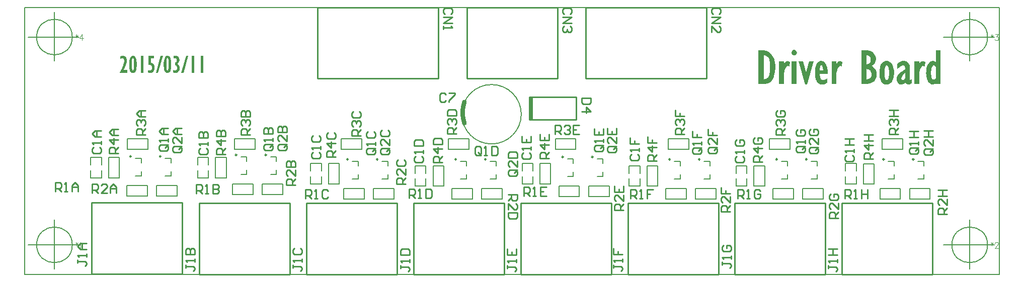
<source format=gto>
%FSLAX25Y25*%
%MOIN*%
G70*
G01*
G75*
G04 Layer_Color=65535*
%ADD10R,0.02953X0.02362*%
%ADD11R,0.03937X0.04724*%
%ADD12R,0.04724X0.03937*%
%ADD13R,0.07087X0.09843*%
%ADD14C,0.05000*%
%ADD15C,0.01000*%
%ADD16C,0.07000*%
%ADD17C,0.00500*%
%ADD18C,0.00787*%
%ADD19C,0.10630*%
%ADD20C,0.23622*%
%ADD21C,0.07087*%
%ADD22R,0.10630X0.10630*%
%ADD23C,0.02400*%
%ADD24C,0.10000*%
%ADD25C,0.00984*%
%ADD26C,0.03000*%
%ADD27C,0.00394*%
G36*
X100080Y145166D02*
X100275Y145147D01*
X100529Y145088D01*
X100822Y144990D01*
X101134Y144834D01*
X101447Y144619D01*
X101603Y144502D01*
X101740Y144346D01*
X101779Y144307D01*
X101857Y144209D01*
X101974Y144014D01*
X102130Y143780D01*
X102267Y143487D01*
X102384Y143135D01*
X102462Y142744D01*
X102501Y142315D01*
Y142295D01*
Y142237D01*
X102482Y142158D01*
Y142041D01*
X102443Y141885D01*
X102423Y141729D01*
X102287Y141358D01*
X102208Y141163D01*
X102091Y140948D01*
X101954Y140752D01*
X101798Y140538D01*
X101603Y140342D01*
X101388Y140166D01*
X101134Y140010D01*
X100841Y139854D01*
X100861D01*
X100919Y139834D01*
X101017Y139795D01*
X101115Y139737D01*
X101251Y139659D01*
X101408Y139561D01*
X101564Y139444D01*
X101740Y139288D01*
X101915Y139112D01*
X102072Y138917D01*
X102228Y138682D01*
X102365Y138428D01*
X102482Y138116D01*
X102560Y137803D01*
X102619Y137432D01*
X102638Y137022D01*
Y137003D01*
Y136963D01*
Y136885D01*
X102619Y136788D01*
Y136671D01*
X102599Y136534D01*
X102540Y136202D01*
X102443Y135831D01*
X102287Y135440D01*
X102072Y135030D01*
X101954Y134835D01*
X101798Y134640D01*
Y134620D01*
X101759Y134600D01*
X101662Y134483D01*
X101466Y134327D01*
X101232Y134151D01*
X100939Y133976D01*
X100587Y133819D01*
X100197Y133702D01*
X99982Y133683D01*
X99767Y133663D01*
X99650D01*
X99533Y133683D01*
X99357Y133702D01*
X99123Y133761D01*
X98869Y133819D01*
X98556Y133917D01*
X98224Y134034D01*
Y135694D01*
X98244D01*
X98263Y135675D01*
X98361Y135635D01*
X98537Y135577D01*
X98732Y135518D01*
X98947Y135440D01*
X99181Y135382D01*
X99396Y135343D01*
X99591Y135323D01*
X99689D01*
X99787Y135343D01*
X99923Y135382D01*
X100060Y135440D01*
X100216Y135538D01*
X100373Y135655D01*
X100509Y135811D01*
X100529Y135831D01*
X100568Y135909D01*
X100626Y136007D01*
X100705Y136163D01*
X100763Y136358D01*
X100822Y136573D01*
X100861Y136846D01*
X100880Y137139D01*
Y137159D01*
Y137217D01*
Y137296D01*
X100861Y137393D01*
X100841Y137510D01*
X100802Y137667D01*
X100705Y137979D01*
X100626Y138135D01*
X100529Y138292D01*
X100412Y138448D01*
X100275Y138584D01*
X100119Y138721D01*
X99923Y138838D01*
X99708Y138917D01*
X99455Y138975D01*
Y140616D01*
X99474D01*
X99513Y140635D01*
X99572D01*
X99650Y140674D01*
X99865Y140752D01*
X100099Y140889D01*
X100333Y141065D01*
X100548Y141319D01*
X100626Y141475D01*
X100685Y141651D01*
X100724Y141866D01*
X100744Y142080D01*
Y142120D01*
Y142198D01*
X100724Y142315D01*
X100705Y142471D01*
X100665Y142647D01*
X100607Y142823D01*
X100529Y142979D01*
X100412Y143135D01*
X100392Y143155D01*
X100353Y143194D01*
X100294Y143252D01*
X100197Y143330D01*
X100080Y143408D01*
X99943Y143467D01*
X99767Y143506D01*
X99591Y143526D01*
X99513D01*
X99435Y143506D01*
X99298Y143487D01*
X99142Y143447D01*
X98966Y143408D01*
X98732Y143330D01*
X98478Y143233D01*
Y144854D01*
X98517Y144873D01*
X98595Y144912D01*
X98732Y144951D01*
X98908Y145029D01*
X99123Y145088D01*
X99357Y145127D01*
X99611Y145166D01*
X99884Y145186D01*
X100002D01*
X100080Y145166D01*
D02*
G37*
G36*
X85667Y143467D02*
X83577D01*
Y140518D01*
X83596D01*
X83674Y140498D01*
X83811Y140459D01*
X83967Y140420D01*
X84143Y140362D01*
X84358Y140264D01*
X84573Y140147D01*
X84807Y139991D01*
X85022Y139815D01*
X85237Y139581D01*
X85452Y139327D01*
X85647Y139014D01*
X85784Y138663D01*
X85920Y138272D01*
X85998Y137803D01*
X86018Y137296D01*
Y137276D01*
Y137237D01*
Y137139D01*
X85998Y137042D01*
Y136905D01*
X85979Y136749D01*
X85901Y136397D01*
X85803Y135987D01*
X85647Y135557D01*
X85432Y135108D01*
X85295Y134893D01*
X85139Y134698D01*
Y134678D01*
X85100Y134659D01*
X84983Y134542D01*
X84807Y134366D01*
X84553Y134190D01*
X84241Y133995D01*
X83870Y133819D01*
X83460Y133702D01*
X83225Y133683D01*
X82991Y133663D01*
X82874D01*
X82717Y133683D01*
X82542Y133702D01*
X82307Y133741D01*
X82053Y133800D01*
X81780Y133878D01*
X81487Y133995D01*
Y135577D01*
X81507D01*
X81526Y135557D01*
X81624Y135538D01*
X81780Y135499D01*
X81956Y135460D01*
X82366Y135362D01*
X82561Y135343D01*
X82737Y135323D01*
X82854D01*
X82971Y135343D01*
X83128Y135382D01*
X83303Y135440D01*
X83479Y135538D01*
X83674Y135655D01*
X83831Y135831D01*
X83850Y135850D01*
X83889Y135928D01*
X83967Y136046D01*
X84045Y136202D01*
X84124Y136397D01*
X84202Y136632D01*
X84241Y136925D01*
X84260Y137237D01*
Y137257D01*
Y137276D01*
Y137374D01*
X84241Y137549D01*
X84202Y137745D01*
X84143Y137960D01*
X84065Y138194D01*
X83967Y138409D01*
X83811Y138604D01*
X83792Y138624D01*
X83733Y138682D01*
X83635Y138760D01*
X83499Y138858D01*
X83323Y138936D01*
X83108Y139014D01*
X82874Y139073D01*
X82600Y139092D01*
X82385D01*
X82151Y139073D01*
X81878Y139034D01*
Y145049D01*
X85667D01*
Y143467D01*
D02*
G37*
G36*
X118321Y133858D02*
X116582D01*
Y145049D01*
X118321D01*
Y133858D01*
D02*
G37*
G36*
X528146Y141690D02*
X528419Y141612D01*
X528732Y141455D01*
X529122Y141260D01*
X529513Y140987D01*
X529903Y140635D01*
X530294Y140166D01*
X530685Y139580D01*
X531036Y138877D01*
X531349Y138018D01*
X531505Y137549D01*
X531622Y137002D01*
X531739Y136456D01*
X531817Y135831D01*
X531895Y135206D01*
X531935Y134503D01*
X531974Y133721D01*
Y132940D01*
X526661D01*
Y132901D01*
Y132784D01*
Y132589D01*
X526700Y132315D01*
X526740Y132003D01*
X526779Y131651D01*
X526935Y130948D01*
X527208Y130206D01*
X527404Y129855D01*
X527599Y129542D01*
X527872Y129308D01*
X528146Y129073D01*
X528497Y128956D01*
X528888Y128917D01*
X528927D01*
X529122Y128956D01*
X529357Y128995D01*
X529708Y129112D01*
X530138Y129269D01*
X530607Y129503D01*
X531153Y129855D01*
X531739Y130323D01*
Y127355D01*
X531661Y127277D01*
X531466Y127120D01*
X531153Y126886D01*
X530724Y126652D01*
X530216Y126378D01*
X529669Y126144D01*
X529044Y125988D01*
X528380Y125909D01*
X528146D01*
X527989Y125949D01*
X527560Y126027D01*
X527013Y126183D01*
X526427Y126417D01*
X525841Y126769D01*
X525529Y127003D01*
X525255Y127316D01*
X524982Y127628D01*
X524709Y127980D01*
Y128019D01*
X524669Y128058D01*
X524591Y128214D01*
X524513Y128370D01*
X524435Y128566D01*
X524318Y128839D01*
X524201Y129151D01*
X524084Y129503D01*
X523966Y129894D01*
X523849Y130323D01*
X523732Y130792D01*
X523654Y131339D01*
X523576Y131886D01*
X523498Y132510D01*
X523458Y133135D01*
Y133839D01*
Y133878D01*
Y133995D01*
Y134190D01*
Y134464D01*
X523498Y134737D01*
X523537Y135128D01*
Y135518D01*
X523615Y135948D01*
X523732Y136846D01*
X523927Y137823D01*
X524201Y138760D01*
X524552Y139620D01*
Y139658D01*
X524591Y139698D01*
X524748Y139932D01*
X525021Y140284D01*
X525373Y140674D01*
X525841Y141065D01*
X526388Y141416D01*
X527013Y141651D01*
X527364Y141690D01*
X527755Y141729D01*
X527950D01*
X528146Y141690D01*
D02*
G37*
G36*
X489750Y148642D02*
X490101Y148603D01*
X490609Y148525D01*
X491195Y148330D01*
X491859Y148096D01*
X492562Y147744D01*
X493304Y147275D01*
X494046Y146689D01*
X494398Y146338D01*
X494749Y145947D01*
X495062Y145518D01*
X495413Y145049D01*
X495687Y144541D01*
X495999Y143955D01*
X496273Y143369D01*
X496507Y142705D01*
X496702Y141963D01*
X496859Y141182D01*
X497015Y140362D01*
X497132Y139463D01*
X497171Y138526D01*
X497210Y137510D01*
Y137432D01*
Y137276D01*
Y137002D01*
X497171Y136612D01*
Y136143D01*
X497093Y135635D01*
X497054Y135049D01*
X496976Y134385D01*
X496741Y133057D01*
X496390Y131651D01*
X496156Y130987D01*
X495921Y130323D01*
X495609Y129698D01*
X495257Y129151D01*
X495218Y129112D01*
X495179Y129034D01*
X495062Y128878D01*
X494906Y128722D01*
X494710Y128487D01*
X494476Y128253D01*
X494164Y127980D01*
X493851Y127745D01*
X493500Y127472D01*
X493070Y127198D01*
X492640Y126964D01*
X492132Y126730D01*
X491625Y126573D01*
X491039Y126417D01*
X490453Y126339D01*
X489789Y126300D01*
X486000D01*
Y148681D01*
X489594D01*
X489750Y148642D01*
D02*
G37*
G36*
X582713Y141651D02*
X583103Y141572D01*
X583572Y141455D01*
X584080Y141221D01*
X584587Y140947D01*
X585056Y140557D01*
X585095Y140518D01*
X585252Y140362D01*
X585447Y140088D01*
X585681Y139776D01*
X585916Y139307D01*
X586111Y138799D01*
X586267Y138213D01*
X586306Y137549D01*
Y129425D01*
Y129386D01*
Y129347D01*
Y129190D01*
Y128995D01*
X586345Y128956D01*
Y128917D01*
X586384D01*
X586462Y128956D01*
X586580Y128995D01*
X586736Y129073D01*
X586970Y129229D01*
X587283Y129386D01*
X587712Y129620D01*
Y127237D01*
X587634Y127198D01*
X587478Y127042D01*
X587205Y126847D01*
X586892Y126612D01*
X586540Y126378D01*
X586150Y126183D01*
X585759Y126027D01*
X585369Y125988D01*
X585290D01*
X585095Y126027D01*
X584822Y126066D01*
X584470Y126222D01*
X584119Y126417D01*
X583806Y126730D01*
X583533Y127198D01*
X583416Y127472D01*
X583337Y127784D01*
Y127745D01*
X583298Y127706D01*
X583142Y127511D01*
X582908Y127198D01*
X582634Y126847D01*
X582244Y126495D01*
X581775Y126222D01*
X581267Y125988D01*
X580994Y125949D01*
X580721Y125909D01*
X580681D01*
X580525Y125949D01*
X580252Y125988D01*
X579978Y126066D01*
X579627Y126183D01*
X579236Y126417D01*
X578846Y126691D01*
X578494Y127081D01*
X578455Y127120D01*
X578338Y127277D01*
X578221Y127550D01*
X578064Y127862D01*
X577869Y128292D01*
X577752Y128761D01*
X577635Y129269D01*
X577596Y129855D01*
Y129894D01*
Y129933D01*
X577635Y130167D01*
X577674Y130518D01*
X577752Y130948D01*
X577908Y131417D01*
X578103Y131925D01*
X578416Y132432D01*
X578807Y132940D01*
X578885Y132979D01*
X579041Y133175D01*
X579353Y133409D01*
X579822Y133800D01*
X580408Y134229D01*
X581150Y134737D01*
X581580Y135010D01*
X582049Y135284D01*
X582556Y135596D01*
X583103Y135909D01*
Y137120D01*
Y137198D01*
Y137354D01*
X583025Y137627D01*
X582947Y137940D01*
X582791Y138213D01*
X582595Y138487D01*
X582283Y138643D01*
X581892Y138721D01*
X581814D01*
X581658Y138682D01*
X581306Y138604D01*
X580877Y138409D01*
X580330Y138135D01*
X580017Y137940D01*
X579666Y137706D01*
X579275Y137432D01*
X578846Y137081D01*
X578416Y136729D01*
X577947Y136299D01*
Y139658D01*
X577986Y139698D01*
X578025Y139737D01*
X578142Y139854D01*
X578299Y139971D01*
X578728Y140322D01*
X579275Y140713D01*
X579900Y141065D01*
X580603Y141416D01*
X581346Y141651D01*
X581697Y141690D01*
X582088Y141729D01*
X582400D01*
X582713Y141651D01*
D02*
G37*
G36*
X571346Y141690D02*
X571737Y141612D01*
X572245Y141455D01*
X572830Y141182D01*
X573416Y140791D01*
X573690Y140557D01*
X574002Y140284D01*
X574276Y139932D01*
X574510Y139541D01*
Y139502D01*
X574549Y139424D01*
X574627Y139307D01*
X574705Y139151D01*
X574822Y138916D01*
X574940Y138682D01*
X575057Y138370D01*
X575174Y138018D01*
X575291Y137627D01*
X575408Y137198D01*
X575526Y136729D01*
X575643Y136221D01*
X575799Y135089D01*
X575838Y133800D01*
Y133760D01*
Y133643D01*
Y133448D01*
Y133214D01*
X575799Y132901D01*
X575760Y132550D01*
X575721Y132159D01*
X575682Y131729D01*
X575526Y130792D01*
X575291Y129815D01*
X574940Y128878D01*
X574510Y128019D01*
Y127980D01*
X574471Y127940D01*
X574276Y127706D01*
X574002Y127355D01*
X573572Y126964D01*
X573065Y126573D01*
X572479Y126222D01*
X571776Y125988D01*
X571385Y125949D01*
X570956Y125909D01*
X570721D01*
X570565Y125949D01*
X570174Y126027D01*
X569666Y126183D01*
X569081Y126417D01*
X568495Y126808D01*
X568221Y127042D01*
X567909Y127316D01*
X567635Y127667D01*
X567401Y128019D01*
Y128058D01*
X567362Y128136D01*
X567284Y128253D01*
X567206Y128409D01*
X567128Y128644D01*
X567010Y128878D01*
X566893Y129190D01*
X566776Y129542D01*
X566659Y129933D01*
X566542Y130362D01*
X566425Y130831D01*
X566346Y131378D01*
X566190Y132510D01*
X566151Y133800D01*
Y133839D01*
Y133956D01*
Y134151D01*
X566190Y134385D01*
Y134698D01*
X566229Y135049D01*
X566268Y135440D01*
X566307Y135870D01*
X566464Y136807D01*
X566698Y137784D01*
X566971Y138721D01*
X567401Y139580D01*
Y139620D01*
X567479Y139658D01*
X567635Y139932D01*
X567948Y140244D01*
X568338Y140674D01*
X568846Y141065D01*
X569432Y141377D01*
X570135Y141651D01*
X570526Y141690D01*
X570956Y141729D01*
X571190D01*
X571346Y141690D01*
D02*
G37*
G36*
X88323Y133722D02*
X86877D01*
X90002Y145049D01*
X91467D01*
X88323Y133722D01*
D02*
G37*
G36*
X94728Y145166D02*
X94963Y145107D01*
X95256Y145010D01*
X95412Y144932D01*
X95568Y144834D01*
X95724Y144717D01*
X95881Y144580D01*
X96037Y144424D01*
X96193Y144229D01*
X96330Y144014D01*
X96447Y143760D01*
Y143740D01*
X96466Y143701D01*
X96506Y143604D01*
X96545Y143487D01*
X96584Y143350D01*
X96642Y143155D01*
X96701Y142940D01*
X96759Y142686D01*
X96818Y142393D01*
X96877Y142080D01*
X96935Y141729D01*
X96974Y141338D01*
X97013Y140909D01*
X97052Y140440D01*
X97072Y139932D01*
Y139405D01*
Y139366D01*
Y139288D01*
Y139131D01*
Y138936D01*
X97052Y138702D01*
X97033Y138428D01*
Y138135D01*
X96994Y137803D01*
X96935Y137120D01*
X96818Y136397D01*
X96759Y136046D01*
X96681Y135714D01*
X96584Y135401D01*
X96486Y135108D01*
Y135089D01*
X96466Y135050D01*
X96428Y134971D01*
X96369Y134874D01*
X96232Y134659D01*
X96017Y134386D01*
X95744Y134112D01*
X95412Y133897D01*
X95217Y133800D01*
X95002Y133722D01*
X94767Y133683D01*
X94513Y133663D01*
X94455D01*
X94396Y133683D01*
X94299D01*
X94064Y133741D01*
X93771Y133839D01*
X93615Y133917D01*
X93459Y134014D01*
X93303Y134132D01*
X93147Y134268D01*
X92990Y134425D01*
X92853Y134620D01*
X92717Y134835D01*
X92600Y135089D01*
Y135108D01*
X92580Y135147D01*
X92541Y135245D01*
X92502Y135362D01*
X92463Y135518D01*
X92424Y135694D01*
X92365Y135909D01*
X92307Y136163D01*
X92248Y136456D01*
X92209Y136788D01*
X92150Y137139D01*
X92111Y137510D01*
X92072Y137940D01*
X92033Y138389D01*
X92014Y138877D01*
Y139405D01*
Y139424D01*
Y139463D01*
Y139541D01*
Y139659D01*
X92033Y139776D01*
Y139932D01*
Y140108D01*
X92053Y140303D01*
X92092Y140752D01*
X92150Y141241D01*
X92229Y141748D01*
X92326Y142295D01*
X92463Y142842D01*
X92619Y143350D01*
X92834Y143838D01*
X93068Y144287D01*
X93205Y144483D01*
X93361Y144658D01*
X93518Y144815D01*
X93693Y144932D01*
X93869Y145049D01*
X94084Y145127D01*
X94279Y145166D01*
X94513Y145186D01*
X94650D01*
X94728Y145166D01*
D02*
G37*
G36*
X71820D02*
X72054Y145107D01*
X72347Y145010D01*
X72503Y144932D01*
X72659Y144834D01*
X72816Y144717D01*
X72972Y144580D01*
X73128Y144424D01*
X73284Y144229D01*
X73421Y144014D01*
X73538Y143760D01*
Y143740D01*
X73558Y143701D01*
X73597Y143604D01*
X73636Y143487D01*
X73675Y143350D01*
X73734Y143155D01*
X73792Y142940D01*
X73851Y142686D01*
X73909Y142393D01*
X73968Y142080D01*
X74027Y141729D01*
X74066Y141338D01*
X74105Y140909D01*
X74144Y140440D01*
X74163Y139932D01*
Y139405D01*
Y139366D01*
Y139288D01*
Y139131D01*
Y138936D01*
X74144Y138702D01*
X74124Y138428D01*
Y138135D01*
X74085Y137803D01*
X74027Y137120D01*
X73909Y136397D01*
X73851Y136046D01*
X73773Y135714D01*
X73675Y135401D01*
X73577Y135108D01*
Y135089D01*
X73558Y135050D01*
X73519Y134971D01*
X73460Y134874D01*
X73324Y134659D01*
X73109Y134386D01*
X72835Y134112D01*
X72503Y133897D01*
X72308Y133800D01*
X72093Y133722D01*
X71859Y133683D01*
X71605Y133663D01*
X71546D01*
X71488Y133683D01*
X71390D01*
X71156Y133741D01*
X70863Y133839D01*
X70706Y133917D01*
X70550Y134014D01*
X70394Y134132D01*
X70238Y134268D01*
X70082Y134425D01*
X69945Y134620D01*
X69808Y134835D01*
X69691Y135089D01*
Y135108D01*
X69671Y135147D01*
X69632Y135245D01*
X69593Y135362D01*
X69554Y135518D01*
X69515Y135694D01*
X69457Y135909D01*
X69398Y136163D01*
X69339Y136456D01*
X69300Y136788D01*
X69242Y137139D01*
X69203Y137510D01*
X69164Y137940D01*
X69125Y138389D01*
X69105Y138877D01*
Y139405D01*
Y139424D01*
Y139463D01*
Y139541D01*
Y139659D01*
X69125Y139776D01*
Y139932D01*
Y140108D01*
X69144Y140303D01*
X69183Y140752D01*
X69242Y141241D01*
X69320Y141748D01*
X69418Y142295D01*
X69554Y142842D01*
X69710Y143350D01*
X69925Y143838D01*
X70160Y144287D01*
X70296Y144483D01*
X70453Y144658D01*
X70609Y144815D01*
X70785Y144932D01*
X70960Y145049D01*
X71175Y145127D01*
X71371Y145166D01*
X71605Y145186D01*
X71742D01*
X71820Y145166D01*
D02*
G37*
G36*
X105157Y133722D02*
X103712D01*
X106837Y145049D01*
X108302D01*
X105157Y133722D01*
D02*
G37*
G36*
X112247Y133858D02*
X110509D01*
Y145049D01*
X112247D01*
Y133858D01*
D02*
G37*
G36*
X78577D02*
X76839D01*
Y145049D01*
X78577D01*
Y133858D01*
D02*
G37*
G36*
X65140Y145166D02*
X65375Y145147D01*
X65648Y145069D01*
X65961Y144971D01*
X66293Y144815D01*
X66605Y144600D01*
X66761Y144463D01*
X66898Y144307D01*
X66937Y144268D01*
X66957Y144209D01*
X67015Y144151D01*
X67133Y143955D01*
X67269Y143682D01*
X67386Y143350D01*
X67504Y142940D01*
X67582Y142490D01*
X67621Y141963D01*
Y141944D01*
Y141905D01*
Y141846D01*
Y141748D01*
X67601Y141631D01*
Y141495D01*
X67582Y141338D01*
X67562Y141163D01*
X67484Y140752D01*
X67386Y140284D01*
X67250Y139795D01*
X67074Y139249D01*
Y139229D01*
X67054Y139190D01*
X67015Y139092D01*
X66976Y138995D01*
X66918Y138838D01*
X66839Y138682D01*
X66761Y138467D01*
X66664Y138252D01*
X66547Y137999D01*
X66410Y137706D01*
X66254Y137413D01*
X66097Y137081D01*
X65922Y136729D01*
X65726Y136358D01*
X65531Y135968D01*
X65297Y135557D01*
X67855D01*
Y133858D01*
X62992D01*
Y134268D01*
Y134288D01*
X63031Y134327D01*
X63070Y134386D01*
X63109Y134483D01*
X63187Y134600D01*
X63266Y134718D01*
X63344Y134874D01*
X63441Y135050D01*
X63656Y135460D01*
X63910Y135909D01*
X64164Y136417D01*
X64437Y136983D01*
X64691Y137569D01*
X64965Y138174D01*
X65199Y138799D01*
X65414Y139405D01*
X65590Y140030D01*
X65746Y140616D01*
X65824Y141182D01*
X65863Y141709D01*
Y141748D01*
Y141846D01*
X65843Y141983D01*
X65824Y142158D01*
X65785Y142354D01*
X65707Y142549D01*
X65629Y142764D01*
X65512Y142940D01*
X65492Y142959D01*
X65453Y143018D01*
X65375Y143076D01*
X65258Y143174D01*
X65140Y143252D01*
X64984Y143311D01*
X64789Y143369D01*
X64594Y143389D01*
X64516D01*
X64418Y143369D01*
X64262Y143350D01*
X64066Y143311D01*
X63832Y143233D01*
X63539Y143155D01*
X63207Y143037D01*
Y144737D01*
X63226D01*
X63246Y144756D01*
X63363Y144815D01*
X63559Y144873D01*
X63793Y144971D01*
X64047Y145049D01*
X64340Y145107D01*
X64652Y145166D01*
X64945Y145186D01*
X65062D01*
X65140Y145166D01*
D02*
G37*
G36*
X511272Y126300D02*
X508069D01*
Y141338D01*
X511272D01*
Y126300D01*
D02*
G37*
G36*
X540333Y141533D02*
X540528Y141494D01*
X540801Y141416D01*
X541075Y141299D01*
X541387Y141143D01*
X541700Y140947D01*
X541426Y137940D01*
X541387D01*
X541270Y137979D01*
X541114Y138057D01*
X540918Y138135D01*
X540450Y138252D01*
X540215Y138291D01*
X539981D01*
X539864Y138252D01*
X539668Y138174D01*
X539473Y138057D01*
X539200Y137784D01*
X538926Y137432D01*
X538770Y137198D01*
X538614Y136924D01*
X538497Y136612D01*
X538340Y136260D01*
Y136221D01*
X538301Y136182D01*
X538262Y136065D01*
X538223Y135909D01*
X538106Y135518D01*
X537989Y135010D01*
X537872Y134424D01*
X537754Y133721D01*
X537676Y133018D01*
X537637Y132315D01*
Y126300D01*
X534434D01*
Y141338D01*
X537637D01*
Y139049D01*
X537715Y139268D01*
X537911Y139815D01*
X538145Y140284D01*
X538340Y140674D01*
X538379Y140713D01*
X538458Y140830D01*
X538575Y140947D01*
X538770Y141143D01*
X539004Y141299D01*
X539317Y141416D01*
X539629Y141533D01*
X540020Y141572D01*
X540176D01*
X540333Y141533D01*
D02*
G37*
G36*
X595173D02*
X595368Y141494D01*
X595641Y141416D01*
X595915Y141299D01*
X596227Y141143D01*
X596540Y140947D01*
X596266Y137940D01*
X596227D01*
X596110Y137979D01*
X595954Y138057D01*
X595759Y138135D01*
X595290Y138252D01*
X595055Y138291D01*
X594821D01*
X594704Y138252D01*
X594509Y138174D01*
X594313Y138057D01*
X594040Y137784D01*
X593766Y137432D01*
X593610Y137198D01*
X593454Y136924D01*
X593337Y136612D01*
X593181Y136260D01*
Y136221D01*
X593142Y136182D01*
X593103Y136065D01*
X593063Y135909D01*
X592946Y135518D01*
X592829Y135010D01*
X592712Y134424D01*
X592595Y133721D01*
X592517Y133018D01*
X592478Y132315D01*
Y126300D01*
X589275D01*
Y141338D01*
X592478D01*
Y139049D01*
X592556Y139268D01*
X592751Y139815D01*
X592985Y140284D01*
X593181Y140674D01*
X593220Y140713D01*
X593298Y140830D01*
X593415Y140947D01*
X593610Y141143D01*
X593845Y141299D01*
X594157Y141416D01*
X594470Y141533D01*
X594860Y141572D01*
X595016D01*
X595173Y141533D01*
D02*
G37*
G36*
X518185Y125988D02*
X516935D01*
X512561Y141338D01*
X515686D01*
X517560Y134082D01*
X519435Y141338D01*
X522599D01*
X518185Y125988D01*
D02*
G37*
G36*
X505608Y141533D02*
X505803Y141494D01*
X506077Y141416D01*
X506350Y141299D01*
X506663Y141143D01*
X506975Y140947D01*
X506702Y137940D01*
X506663D01*
X506546Y137979D01*
X506389Y138057D01*
X506194Y138135D01*
X505725Y138252D01*
X505491Y138291D01*
X505257D01*
X505139Y138252D01*
X504944Y138174D01*
X504749Y138057D01*
X504475Y137784D01*
X504202Y137432D01*
X504046Y137198D01*
X503890Y136924D01*
X503772Y136612D01*
X503616Y136260D01*
Y136221D01*
X503577Y136182D01*
X503538Y136065D01*
X503499Y135909D01*
X503382Y135518D01*
X503265Y135010D01*
X503147Y134424D01*
X503030Y133721D01*
X502952Y133018D01*
X502913Y132315D01*
Y126300D01*
X499710D01*
Y141338D01*
X502913D01*
Y139049D01*
X502991Y139268D01*
X503186Y139815D01*
X503421Y140284D01*
X503616Y140674D01*
X503655Y140713D01*
X503733Y140830D01*
X503850Y140947D01*
X504046Y141143D01*
X504280Y141299D01*
X504593Y141416D01*
X504905Y141533D01*
X505296Y141572D01*
X505452D01*
X505608Y141533D01*
D02*
G37*
G36*
X509905Y148916D02*
X510061Y148877D01*
X510491Y148720D01*
X510725Y148603D01*
X510920Y148408D01*
X510959Y148369D01*
X510998Y148330D01*
X511076Y148213D01*
X511194Y148056D01*
X511389Y147666D01*
X511428Y147432D01*
X511467Y147158D01*
Y147119D01*
Y147041D01*
X511428Y146885D01*
X511389Y146728D01*
X511233Y146338D01*
X511116Y146103D01*
X510920Y145908D01*
X510881Y145869D01*
X510842Y145830D01*
X510725Y145752D01*
X510569Y145674D01*
X510178Y145478D01*
X509905Y145439D01*
X509631Y145400D01*
X509514D01*
X509358Y145439D01*
X509202Y145478D01*
X508811Y145635D01*
X508577Y145752D01*
X508381Y145908D01*
X508342Y145947D01*
X508303Y145986D01*
X508225Y146103D01*
X508147Y146260D01*
X507952Y146650D01*
X507913Y146885D01*
X507874Y147158D01*
Y147197D01*
Y147275D01*
X507913Y147432D01*
X507952Y147588D01*
X508108Y148017D01*
X508225Y148213D01*
X508381Y148408D01*
X508420Y148447D01*
X508460Y148486D01*
X508577Y148564D01*
X508733Y148681D01*
X509124Y148877D01*
X509358Y148916D01*
X509631Y148955D01*
X509749D01*
X509905Y148916D01*
D02*
G37*
G36*
X558222Y148642D02*
X558456D01*
X558730Y148603D01*
X559316Y148486D01*
X560019Y148252D01*
X560722Y147939D01*
X561464Y147549D01*
X561816Y147275D01*
X562128Y146963D01*
X562167D01*
X562206Y146885D01*
X562401Y146650D01*
X562675Y146299D01*
X563026Y145830D01*
X563339Y145244D01*
X563612Y144580D01*
X563807Y143799D01*
X563886Y143408D01*
Y142979D01*
Y142940D01*
Y142861D01*
Y142666D01*
X563847Y142471D01*
X563807Y142197D01*
X563729Y141924D01*
X563534Y141221D01*
X563378Y140869D01*
X563183Y140479D01*
X562948Y140088D01*
X562675Y139698D01*
X562362Y139307D01*
X561972Y138955D01*
X561542Y138643D01*
X561034Y138330D01*
X561073D01*
X561191Y138252D01*
X561347Y138174D01*
X561542Y138057D01*
X561816Y137901D01*
X562089Y137666D01*
X562401Y137432D01*
X562714Y137120D01*
X563026Y136768D01*
X563339Y136378D01*
X563612Y135948D01*
X563886Y135440D01*
X564081Y134893D01*
X564237Y134268D01*
X564354Y133604D01*
X564393Y132862D01*
Y132823D01*
Y132745D01*
Y132589D01*
X564354Y132393D01*
Y132120D01*
X564276Y131846D01*
X564159Y131183D01*
X563925Y130440D01*
X563573Y129659D01*
X563378Y129269D01*
X563104Y128878D01*
X562831Y128487D01*
X562479Y128136D01*
X562440D01*
X562401Y128058D01*
X562284Y127980D01*
X562128Y127862D01*
X561933Y127706D01*
X561698Y127550D01*
X561425Y127394D01*
X561073Y127237D01*
X560722Y127042D01*
X560331Y126886D01*
X559863Y126730D01*
X559394Y126573D01*
X558339Y126378D01*
X557714Y126339D01*
X557089Y126300D01*
X554160D01*
Y148681D01*
X558066D01*
X558222Y148642D01*
D02*
G37*
G36*
X606695Y126300D02*
X603492D01*
Y126905D01*
X603258Y126730D01*
X602907Y126495D01*
X602477Y126261D01*
X602008Y126105D01*
X601422Y126066D01*
X601344D01*
X601110Y126105D01*
X600758Y126183D01*
X600329Y126339D01*
X599821Y126573D01*
X599313Y126964D01*
X599040Y127198D01*
X598805Y127472D01*
X598532Y127823D01*
X598298Y128175D01*
Y128214D01*
X598258Y128292D01*
X598180Y128409D01*
X598102Y128566D01*
X598024Y128761D01*
X597907Y129034D01*
X597790Y129308D01*
X597712Y129659D01*
X597594Y130050D01*
X597477Y130479D01*
X597282Y131417D01*
X597126Y132510D01*
X597087Y133760D01*
Y133800D01*
Y133917D01*
Y134112D01*
X597126Y134346D01*
Y134620D01*
X597165Y134971D01*
X597204Y135362D01*
X597243Y135792D01*
X597399Y136690D01*
X597594Y137627D01*
X597907Y138565D01*
X598298Y139463D01*
Y139502D01*
X598376Y139580D01*
X598415Y139658D01*
X598532Y139815D01*
X598805Y140166D01*
X599157Y140596D01*
X599625Y141026D01*
X600211Y141377D01*
X600485Y141533D01*
X600836Y141651D01*
X601188Y141690D01*
X601540Y141729D01*
X601774D01*
X602047Y141651D01*
X602360Y141572D01*
X602672Y141416D01*
X602985Y141221D01*
X603258Y140908D01*
X603492Y140518D01*
Y148681D01*
X606695D01*
Y126300D01*
D02*
G37*
%LPC*%
G36*
X557636Y145430D02*
Y139463D01*
X557753D01*
X557988Y139502D01*
X558300Y139580D01*
X558612Y139658D01*
X558964Y139815D01*
X559316Y140010D01*
X559628Y140284D01*
X559667Y140322D01*
X559745Y140440D01*
X559863Y140635D01*
X560019Y140869D01*
X560175Y141182D01*
X560292Y141572D01*
X560370Y142002D01*
X560409Y142510D01*
Y142588D01*
Y142744D01*
X560370Y142979D01*
X560331Y143291D01*
X560214Y143643D01*
X560097Y143994D01*
X559902Y144346D01*
X559667Y144658D01*
X559628Y144697D01*
X559550Y144775D01*
X559355Y144893D01*
X559120Y145049D01*
X558808Y145205D01*
X558456Y145322D01*
X558027Y145400D01*
X557636Y145430D01*
D02*
G37*
G36*
X527638Y138877D02*
X527599D01*
X527482Y138838D01*
X527325Y138682D01*
X527208Y138604D01*
X527130Y138448D01*
X527052Y138291D01*
X526935Y138057D01*
X526857Y137784D01*
X526779Y137432D01*
X526700Y137041D01*
X526661Y136612D01*
X526622Y136065D01*
Y135479D01*
X528810D01*
Y135518D01*
Y135635D01*
Y135792D01*
Y136026D01*
X528771Y136260D01*
X528732Y136573D01*
X528653Y137198D01*
X528536Y137823D01*
X528419Y138096D01*
X528302Y138330D01*
X528185Y138565D01*
X528029Y138721D01*
X527833Y138838D01*
X527638Y138877D01*
D02*
G37*
G36*
X602164Y138721D02*
X602047D01*
X601891Y138643D01*
X601696Y138565D01*
X601500Y138409D01*
X601305Y138174D01*
X601071Y137862D01*
X600876Y137432D01*
X600836Y137393D01*
X600797Y137198D01*
X600719Y136924D01*
X600641Y136495D01*
X600524Y135987D01*
X600446Y135323D01*
X600407Y134581D01*
X600368Y133682D01*
Y133643D01*
Y133487D01*
Y133292D01*
X600407Y132979D01*
Y132667D01*
X600446Y132276D01*
X600563Y131456D01*
X600758Y130636D01*
X600914Y130245D01*
X601071Y129933D01*
X601266Y129659D01*
X601461Y129425D01*
X601735Y129269D01*
X602008Y129229D01*
X602125D01*
X602243Y129269D01*
X602360Y129308D01*
X602711Y129425D01*
X602907Y129542D01*
X603063Y129698D01*
X603102Y129737D01*
X603141Y129776D01*
X603297Y129972D01*
X603414Y130167D01*
X603492Y130245D01*
Y130284D01*
Y137510D01*
Y137549D01*
X603414Y137706D01*
X603297Y137901D01*
X603180Y138135D01*
X602985Y138330D01*
X602750Y138526D01*
X602477Y138682D01*
X602164Y138721D01*
D02*
G37*
G36*
X583103Y133682D02*
X583064D01*
X582986Y133604D01*
X582869Y133526D01*
X582752Y133409D01*
X582361Y133057D01*
X581931Y132628D01*
X581463Y132081D01*
X581111Y131495D01*
X580955Y131183D01*
X580838Y130870D01*
X580760Y130558D01*
X580721Y130206D01*
Y130167D01*
Y130089D01*
X580760Y129855D01*
X580838Y129542D01*
X580955Y129229D01*
X580994Y129190D01*
X581150Y129073D01*
X581346Y128956D01*
X581619Y128917D01*
X581697D01*
X581931Y128995D01*
X582088Y129073D01*
X582244Y129151D01*
X582439Y129308D01*
X582595Y129503D01*
X582634Y129542D01*
X582674Y129620D01*
X582869Y129815D01*
X583025Y130089D01*
X583064Y130167D01*
X583103Y130245D01*
Y133682D01*
D02*
G37*
G36*
X570916Y138721D02*
X570838D01*
X570682Y138643D01*
X570565Y138565D01*
X570448Y138448D01*
X570330Y138291D01*
X570174Y138096D01*
X570018Y137862D01*
X569901Y137510D01*
X569784Y137120D01*
X569666Y136651D01*
X569588Y136065D01*
X569510Y135440D01*
X569432Y134659D01*
Y133800D01*
Y133760D01*
Y133604D01*
Y133331D01*
X569471Y133057D01*
Y132667D01*
X569510Y132237D01*
X569628Y131378D01*
X569823Y130479D01*
X569940Y130050D01*
X570096Y129698D01*
X570252Y129386D01*
X570487Y129112D01*
X570721Y128956D01*
X570995Y128917D01*
X571073D01*
X571229Y128995D01*
X571346Y129073D01*
X571502Y129190D01*
X571620Y129308D01*
X571776Y129542D01*
X571932Y129776D01*
X572049Y130128D01*
X572205Y130518D01*
X572323Y130987D01*
X572401Y131534D01*
X572479Y132198D01*
X572557Y132940D01*
Y133800D01*
Y133839D01*
Y133995D01*
Y134268D01*
X572518Y134581D01*
Y134932D01*
X572479Y135362D01*
X572362Y136260D01*
X572166Y137159D01*
X572010Y137588D01*
X571854Y137940D01*
X571698Y138252D01*
X571463Y138526D01*
X571190Y138682D01*
X570916Y138721D01*
D02*
G37*
G36*
X490023Y145439D02*
X489476D01*
Y129542D01*
X489750D01*
X489867Y129581D01*
X490297Y129620D01*
X490765Y129776D01*
X491312Y129972D01*
X491859Y130284D01*
X492328Y130714D01*
X492562Y130987D01*
X492757Y131300D01*
Y131339D01*
X492796Y131378D01*
X492836Y131495D01*
X492914Y131651D01*
X492992Y131846D01*
X493070Y132081D01*
X493148Y132393D01*
X493265Y132745D01*
X493343Y133135D01*
X493421Y133565D01*
X493500Y134073D01*
X493578Y134620D01*
X493656Y135245D01*
X493695Y135909D01*
X493734Y136612D01*
Y137393D01*
Y137432D01*
Y137588D01*
Y137823D01*
Y138135D01*
X493695Y138487D01*
Y138916D01*
X493656Y139346D01*
X493617Y139854D01*
X493500Y140869D01*
X493343Y141924D01*
X493226Y142393D01*
X493109Y142861D01*
X492953Y143291D01*
X492796Y143643D01*
Y143682D01*
X492757Y143721D01*
X492640Y143916D01*
X492406Y144228D01*
X492054Y144541D01*
X491625Y144853D01*
X491078Y145166D01*
X490375Y145361D01*
X490023Y145439D01*
D02*
G37*
G36*
X71683Y143604D02*
X71605D01*
X71566Y143584D01*
X71507Y143565D01*
X71429Y143506D01*
X71331Y143428D01*
X71234Y143291D01*
X71136Y143115D01*
X71058Y142862D01*
Y142823D01*
X71039Y142783D01*
X71019Y142705D01*
Y142608D01*
X70999Y142490D01*
X70980Y142334D01*
X70960Y142158D01*
X70941Y141944D01*
X70921Y141709D01*
X70902Y141416D01*
Y141104D01*
X70882Y140733D01*
X70863Y140342D01*
Y139893D01*
Y139405D01*
Y139385D01*
Y139366D01*
Y139307D01*
Y139229D01*
Y139014D01*
X70882Y138760D01*
Y138448D01*
X70902Y138096D01*
X70921Y137706D01*
X70960Y137335D01*
X70999Y136944D01*
X71058Y136553D01*
X71117Y136202D01*
X71175Y135889D01*
X71273Y135635D01*
X71371Y135421D01*
X71429Y135343D01*
X71488Y135284D01*
X71546Y135264D01*
X71624Y135245D01*
X71663D01*
X71702Y135264D01*
X71742Y135303D01*
X71800Y135382D01*
X71878Y135460D01*
X71937Y135596D01*
X72015Y135772D01*
X72093Y135987D01*
X72152Y136260D01*
X72230Y136592D01*
X72288Y137003D01*
X72308Y137237D01*
X72328Y137471D01*
X72347Y137745D01*
X72366Y138038D01*
X72386Y138350D01*
X72406Y138682D01*
Y139034D01*
Y139405D01*
Y139424D01*
Y139522D01*
Y139639D01*
Y139815D01*
Y140010D01*
X72386Y140245D01*
Y140498D01*
Y140752D01*
X72347Y141319D01*
X72308Y141866D01*
X72288Y142120D01*
X72269Y142354D01*
X72230Y142569D01*
X72191Y142744D01*
Y142764D01*
Y142783D01*
X72152Y142881D01*
X72113Y143018D01*
X72035Y143174D01*
X71956Y143330D01*
X71859Y143467D01*
X71742Y143565D01*
X71683Y143604D01*
D02*
G37*
G36*
X94592D02*
X94513D01*
X94475Y143584D01*
X94416Y143565D01*
X94338Y143506D01*
X94240Y143428D01*
X94143Y143291D01*
X94045Y143115D01*
X93967Y142862D01*
Y142823D01*
X93947Y142783D01*
X93928Y142705D01*
Y142608D01*
X93908Y142490D01*
X93889Y142334D01*
X93869Y142158D01*
X93849Y141944D01*
X93830Y141709D01*
X93810Y141416D01*
Y141104D01*
X93791Y140733D01*
X93771Y140342D01*
Y139893D01*
Y139405D01*
Y139385D01*
Y139366D01*
Y139307D01*
Y139229D01*
Y139014D01*
X93791Y138760D01*
Y138448D01*
X93810Y138096D01*
X93830Y137706D01*
X93869Y137335D01*
X93908Y136944D01*
X93967Y136553D01*
X94025Y136202D01*
X94084Y135889D01*
X94182Y135635D01*
X94279Y135421D01*
X94338Y135343D01*
X94396Y135284D01*
X94455Y135264D01*
X94533Y135245D01*
X94572D01*
X94611Y135264D01*
X94650Y135303D01*
X94709Y135382D01*
X94787Y135460D01*
X94846Y135596D01*
X94924Y135772D01*
X95002Y135987D01*
X95060Y136260D01*
X95139Y136592D01*
X95197Y137003D01*
X95217Y137237D01*
X95236Y137471D01*
X95256Y137745D01*
X95275Y138038D01*
X95295Y138350D01*
X95314Y138682D01*
Y139034D01*
Y139405D01*
Y139424D01*
Y139522D01*
Y139639D01*
Y139815D01*
Y140010D01*
X95295Y140245D01*
Y140498D01*
Y140752D01*
X95256Y141319D01*
X95217Y141866D01*
X95197Y142120D01*
X95178Y142354D01*
X95139Y142569D01*
X95100Y142744D01*
Y142764D01*
Y142783D01*
X95060Y142881D01*
X95021Y143018D01*
X94943Y143174D01*
X94865Y143330D01*
X94767Y143467D01*
X94650Y143565D01*
X94592Y143604D01*
D02*
G37*
G36*
X557753Y136221D02*
X557636D01*
Y129542D01*
X557988D01*
X558261Y129581D01*
X558612Y129659D01*
X558964Y129737D01*
X559355Y129894D01*
X559706Y130089D01*
X560058Y130362D01*
X560097Y130401D01*
X560175Y130518D01*
X560331Y130714D01*
X560487Y130987D01*
X560644Y131339D01*
X560800Y131729D01*
X560878Y132237D01*
X560917Y132784D01*
Y132862D01*
Y133057D01*
X560878Y133331D01*
X560800Y133682D01*
X560722Y134073D01*
X560566Y134464D01*
X560370Y134854D01*
X560097Y135245D01*
X560058Y135284D01*
X559941Y135401D01*
X559745Y135557D01*
X559511Y135752D01*
X559159Y135909D01*
X558769Y136065D01*
X558300Y136182D01*
X557753Y136221D01*
D02*
G37*
%LPD*%
D15*
X44409Y394D02*
X104410D01*
X44409Y47638D02*
X104410D01*
X44409Y394D02*
Y47638D01*
X104410Y394D02*
Y47638D01*
X115669Y0D02*
X175669D01*
X115669Y47244D02*
X175669D01*
X115669Y0D02*
Y47244D01*
X175669Y0D02*
Y47244D01*
X186536Y0D02*
X246535D01*
X186536Y47244D02*
X246535D01*
X186536Y0D02*
Y47244D01*
X246535Y0D02*
Y47244D01*
X257717Y0D02*
X317717D01*
X257717Y47244D02*
X317717D01*
X257717Y0D02*
Y47244D01*
X317717Y0D02*
Y47244D01*
X328583Y0D02*
X388583D01*
X328583Y47244D02*
X388583D01*
X328583Y0D02*
Y47244D01*
X388583Y0D02*
Y47244D01*
X399449Y0D02*
X459449D01*
X399449Y47244D02*
X459449D01*
X399449Y0D02*
Y47244D01*
X459449Y0D02*
Y47244D01*
X541181Y0D02*
X601181D01*
X541181Y47244D02*
X601181D01*
X541181Y0D02*
Y47244D01*
X601181Y0D02*
Y47244D01*
X292835Y177165D02*
X352835D01*
X292835Y129921D02*
X352835D01*
Y177165D01*
X292835Y129921D02*
Y177165D01*
X334144Y102736D02*
X345394D01*
X345494Y117736D02*
X365394D01*
Y102736D02*
Y117736D01*
X345394Y102736D02*
X365394D01*
X334144Y117736D02*
X345394D01*
X334144Y102736D02*
Y117736D01*
X371575Y177165D02*
X451575D01*
X371575Y129921D02*
X451575D01*
Y177165D01*
X371575Y129921D02*
Y177165D01*
X193780D02*
X273780D01*
X193780Y129921D02*
X273780D01*
Y177165D01*
X193780Y129921D02*
Y177165D01*
X470315Y0D02*
X530315D01*
X470315Y47244D02*
X530315D01*
X470315Y0D02*
Y47244D01*
X530315Y0D02*
Y47244D01*
X35002Y9799D02*
Y7799D01*
Y8799D01*
X40000D01*
X41000Y7799D01*
Y6800D01*
X40000Y5800D01*
X41000Y11798D02*
Y13797D01*
Y12798D01*
X35002D01*
X36002Y11798D01*
X41000Y16796D02*
X37001D01*
X35002Y18796D01*
X37001Y20795D01*
X41000D01*
X38001D01*
Y16796D01*
X106502Y6299D02*
Y4299D01*
Y5299D01*
X111500D01*
X112500Y4299D01*
Y3300D01*
X111500Y2300D01*
X112500Y8298D02*
Y10297D01*
Y9298D01*
X106502D01*
X107502Y8298D01*
X106502Y13296D02*
X112500D01*
Y16296D01*
X111500Y17295D01*
X110501D01*
X109501Y16296D01*
Y13296D01*
Y16296D01*
X108501Y17295D01*
X107502D01*
X106502Y16296D01*
Y13296D01*
X177502Y6299D02*
Y4299D01*
Y5299D01*
X182500D01*
X183500Y4299D01*
Y3300D01*
X182500Y2300D01*
X183500Y8298D02*
Y10297D01*
Y9298D01*
X177502D01*
X178502Y8298D01*
Y17295D02*
X177502Y16296D01*
Y14296D01*
X178502Y13296D01*
X182500D01*
X183500Y14296D01*
Y16296D01*
X182500Y17295D01*
X248802Y6099D02*
Y4099D01*
Y5099D01*
X253800D01*
X254800Y4099D01*
Y3100D01*
X253800Y2100D01*
X254800Y8098D02*
Y10097D01*
Y9098D01*
X248802D01*
X249802Y8098D01*
X248802Y13096D02*
X254800D01*
Y16095D01*
X253800Y17095D01*
X249802D01*
X248802Y16095D01*
Y13096D01*
X319502Y6099D02*
Y4099D01*
Y5099D01*
X324500D01*
X325500Y4099D01*
Y3100D01*
X324500Y2100D01*
X325500Y8098D02*
Y10097D01*
Y9098D01*
X319502D01*
X320502Y8098D01*
X319502Y17095D02*
Y13096D01*
X325500D01*
Y17095D01*
X322501Y13096D02*
Y15096D01*
X390002Y6299D02*
Y4299D01*
Y5299D01*
X395000D01*
X396000Y4299D01*
Y3300D01*
X395000Y2300D01*
X396000Y8298D02*
Y10297D01*
Y9298D01*
X390002D01*
X391002Y8298D01*
X390002Y17295D02*
Y13296D01*
X393001D01*
Y15296D01*
Y13296D01*
X396000D01*
X532102Y6099D02*
Y4099D01*
Y5099D01*
X537100D01*
X538100Y4099D01*
Y3100D01*
X537100Y2100D01*
X538100Y8098D02*
Y10097D01*
Y9098D01*
X532102D01*
X533102Y8098D01*
X532102Y13096D02*
X538100D01*
X535101D01*
Y17095D01*
X532102D01*
X538100D01*
X93900Y86099D02*
X89902D01*
X88902Y85099D01*
Y83100D01*
X89902Y82100D01*
X93900D01*
X94900Y83100D01*
Y85099D01*
X92901Y84099D02*
X94900Y86099D01*
Y85099D02*
X93900Y86099D01*
X94900Y88098D02*
Y90097D01*
Y89098D01*
X88902D01*
X89902Y88098D01*
X94900Y93096D02*
X90901D01*
X88902Y95096D01*
X90901Y97095D01*
X94900D01*
X91901D01*
Y93096D01*
X163200Y86299D02*
X159202D01*
X158202Y85299D01*
Y83300D01*
X159202Y82300D01*
X163200D01*
X164200Y83300D01*
Y85299D01*
X162201Y84299D02*
X164200Y86299D01*
Y85299D02*
X163200Y86299D01*
X164200Y88298D02*
Y90297D01*
Y89298D01*
X158202D01*
X159202Y88298D01*
X158202Y93296D02*
X164200D01*
Y96295D01*
X163200Y97295D01*
X162201D01*
X161201Y96295D01*
Y93296D01*
Y96295D01*
X160201Y97295D01*
X159202D01*
X158202Y96295D01*
Y93296D01*
X231300Y83599D02*
X227302D01*
X226302Y82599D01*
Y80600D01*
X227302Y79600D01*
X231300D01*
X232300Y80600D01*
Y82599D01*
X230301Y81599D02*
X232300Y83599D01*
Y82599D02*
X231300Y83599D01*
X232300Y85598D02*
Y87597D01*
Y86598D01*
X226302D01*
X227302Y85598D01*
Y94595D02*
X226302Y93595D01*
Y91596D01*
X227302Y90596D01*
X231300D01*
X232300Y91596D01*
Y93595D01*
X231300Y94595D01*
X302199Y80000D02*
Y83998D01*
X301199Y84998D01*
X299200D01*
X298200Y83998D01*
Y80000D01*
X299200Y79000D01*
X301199D01*
X300199Y80999D02*
X302199Y79000D01*
X301199D02*
X302199Y80000D01*
X304198Y79000D02*
X306197D01*
X305198D01*
Y84998D01*
X304198Y83998D01*
X309196Y84998D02*
Y79000D01*
X312195D01*
X313195Y80000D01*
Y83998D01*
X312195Y84998D01*
X309196D01*
X382100Y85699D02*
X378102D01*
X377102Y84699D01*
Y82700D01*
X378102Y81700D01*
X382100D01*
X383100Y82700D01*
Y84699D01*
X381101Y83699D02*
X383100Y85699D01*
Y84699D02*
X382100Y85699D01*
X383100Y87698D02*
Y89697D01*
Y88698D01*
X377102D01*
X378102Y87698D01*
X377102Y96695D02*
Y92696D01*
X383100D01*
Y96695D01*
X380101Y92696D02*
Y94696D01*
X447200Y84099D02*
X443202D01*
X442202Y83099D01*
Y81100D01*
X443202Y80100D01*
X447200D01*
X448200Y81100D01*
Y83099D01*
X446201Y82099D02*
X448200Y84099D01*
Y83099D02*
X447200Y84099D01*
X448200Y86098D02*
Y88097D01*
Y87098D01*
X442202D01*
X443202Y86098D01*
X442202Y95095D02*
Y91096D01*
X445201D01*
Y93096D01*
Y91096D01*
X448200D01*
X515800Y85199D02*
X511802D01*
X510802Y84199D01*
Y82200D01*
X511802Y81200D01*
X515800D01*
X516800Y82200D01*
Y84199D01*
X514801Y83199D02*
X516800Y85199D01*
Y84199D02*
X515800Y85199D01*
X516800Y87198D02*
Y89197D01*
Y88198D01*
X510802D01*
X511802Y87198D01*
Y96195D02*
X510802Y95196D01*
Y93196D01*
X511802Y92196D01*
X515800D01*
X516800Y93196D01*
Y95196D01*
X515800Y96195D01*
X513801D01*
Y94196D01*
X590900Y84099D02*
X586902D01*
X585902Y83099D01*
Y81100D01*
X586902Y80100D01*
X590900D01*
X591900Y81100D01*
Y83099D01*
X589901Y82099D02*
X591900Y84099D01*
Y83099D02*
X590900Y84099D01*
X591900Y86098D02*
Y88097D01*
Y87098D01*
X585902D01*
X586902Y86098D01*
X585902Y91096D02*
X591900D01*
X588901D01*
Y95095D01*
X585902D01*
X591900D01*
X102800Y85199D02*
X98802D01*
X97802Y84199D01*
Y82200D01*
X98802Y81200D01*
X102800D01*
X103800Y82200D01*
Y84199D01*
X101801Y83199D02*
X103800Y85199D01*
Y84199D02*
X102800Y85199D01*
X103800Y91197D02*
Y87198D01*
X99801Y91197D01*
X98802D01*
X97802Y90197D01*
Y88198D01*
X98802Y87198D01*
X103800Y93196D02*
X99801D01*
X97802Y95196D01*
X99801Y97195D01*
X103800D01*
X100801D01*
Y93196D01*
X172700Y86499D02*
X168702D01*
X167702Y85499D01*
Y83500D01*
X168702Y82500D01*
X172700D01*
X173700Y83500D01*
Y85499D01*
X171701Y84499D02*
X173700Y86499D01*
Y85499D02*
X172700Y86499D01*
X173700Y92497D02*
Y88498D01*
X169701Y92497D01*
X168702D01*
X167702Y91497D01*
Y89498D01*
X168702Y88498D01*
X167702Y94496D02*
X173700D01*
Y97495D01*
X172700Y98495D01*
X171701D01*
X170701Y97495D01*
Y94496D01*
Y97495D01*
X169701Y98495D01*
X168702D01*
X167702Y97495D01*
Y94496D01*
X240500Y83799D02*
X236502D01*
X235502Y82799D01*
Y80800D01*
X236502Y79800D01*
X240500D01*
X241500Y80800D01*
Y82799D01*
X239501Y81799D02*
X241500Y83799D01*
Y82799D02*
X240500Y83799D01*
X241500Y89797D02*
Y85798D01*
X237501Y89797D01*
X236502D01*
X235502Y88797D01*
Y86798D01*
X236502Y85798D01*
Y95795D02*
X235502Y94795D01*
Y92796D01*
X236502Y91796D01*
X240500D01*
X241500Y92796D01*
Y94795D01*
X240500Y95795D01*
X325400Y69399D02*
X321402D01*
X320402Y68399D01*
Y66400D01*
X321402Y65400D01*
X325400D01*
X326400Y66400D01*
Y68399D01*
X324401Y67399D02*
X326400Y69399D01*
Y68399D02*
X325400Y69399D01*
X326400Y75397D02*
Y71398D01*
X322401Y75397D01*
X321402D01*
X320402Y74397D01*
Y72398D01*
X321402Y71398D01*
X320402Y77396D02*
X326400D01*
Y80395D01*
X325400Y81395D01*
X321402D01*
X320402Y80395D01*
Y77396D01*
X390800Y84899D02*
X386802D01*
X385802Y83899D01*
Y81900D01*
X386802Y80900D01*
X390800D01*
X391800Y81900D01*
Y83899D01*
X389801Y82899D02*
X391800Y84899D01*
Y83899D02*
X390800Y84899D01*
X391800Y90897D02*
Y86898D01*
X387801Y90897D01*
X386802D01*
X385802Y89897D01*
Y87898D01*
X386802Y86898D01*
X385802Y96895D02*
Y92896D01*
X391800D01*
Y96895D01*
X388801Y92896D02*
Y94895D01*
X457500Y84399D02*
X453502D01*
X452502Y83399D01*
Y81400D01*
X453502Y80400D01*
X457500D01*
X458500Y81400D01*
Y83399D01*
X456501Y82399D02*
X458500Y84399D01*
Y83399D02*
X457500Y84399D01*
X458500Y90397D02*
Y86398D01*
X454501Y90397D01*
X453502D01*
X452502Y89397D01*
Y87398D01*
X453502Y86398D01*
X452502Y96395D02*
Y92396D01*
X455501D01*
Y94396D01*
Y92396D01*
X458500D01*
X524500Y84399D02*
X520502D01*
X519502Y83399D01*
Y81400D01*
X520502Y80400D01*
X524500D01*
X525500Y81400D01*
Y83399D01*
X523501Y82399D02*
X525500Y84399D01*
Y83399D02*
X524500Y84399D01*
X525500Y90397D02*
Y86398D01*
X521501Y90397D01*
X520502D01*
X519502Y89397D01*
Y87398D01*
X520502Y86398D01*
Y96395D02*
X519502Y95395D01*
Y93396D01*
X520502Y92396D01*
X524500D01*
X525500Y93396D01*
Y95395D01*
X524500Y96395D01*
X522501D01*
Y94396D01*
X600700Y83299D02*
X596702D01*
X595702Y82299D01*
Y80300D01*
X596702Y79300D01*
X600700D01*
X601700Y80300D01*
Y82299D01*
X599701Y81299D02*
X601700Y83299D01*
Y82299D02*
X600700Y83299D01*
X601700Y89297D02*
Y85298D01*
X597701Y89297D01*
X596702D01*
X595702Y88297D01*
Y86298D01*
X596702Y85298D01*
X595702Y91296D02*
X601700D01*
X598701D01*
Y95295D01*
X595702D01*
X601700D01*
X20200Y54900D02*
Y60898D01*
X23199D01*
X24199Y59898D01*
Y57899D01*
X23199Y56899D01*
X20200D01*
X22199D02*
X24199Y54900D01*
X26198D02*
X28197D01*
X27198D01*
Y60898D01*
X26198Y59898D01*
X31196Y54900D02*
Y58899D01*
X33196Y60898D01*
X35195Y58899D01*
Y54900D01*
Y57899D01*
X31196D01*
X113500Y53800D02*
Y59798D01*
X116499D01*
X117499Y58798D01*
Y56799D01*
X116499Y55799D01*
X113500D01*
X115499D02*
X117499Y53800D01*
X119498D02*
X121497D01*
X120498D01*
Y59798D01*
X119498Y58798D01*
X124496Y59798D02*
Y53800D01*
X127496D01*
X128495Y54800D01*
Y55799D01*
X127496Y56799D01*
X124496D01*
X127496D01*
X128495Y57799D01*
Y58798D01*
X127496Y59798D01*
X124496D01*
X185900Y50500D02*
Y56498D01*
X188899D01*
X189899Y55498D01*
Y53499D01*
X188899Y52499D01*
X185900D01*
X187899D02*
X189899Y50500D01*
X191898D02*
X193897D01*
X192898D01*
Y56498D01*
X191898Y55498D01*
X200895D02*
X199896Y56498D01*
X197896D01*
X196896Y55498D01*
Y51500D01*
X197896Y50500D01*
X199896D01*
X200895Y51500D01*
X254500Y50800D02*
Y56798D01*
X257499D01*
X258499Y55798D01*
Y53799D01*
X257499Y52799D01*
X254500D01*
X256499D02*
X258499Y50800D01*
X260498D02*
X262497D01*
X261498D01*
Y56798D01*
X260498Y55798D01*
X265496Y56798D02*
Y50800D01*
X268495D01*
X269495Y51800D01*
Y55798D01*
X268495Y56798D01*
X265496D01*
X330700Y52200D02*
Y58198D01*
X333699D01*
X334699Y57198D01*
Y55199D01*
X333699Y54199D01*
X330700D01*
X332699D02*
X334699Y52200D01*
X336698D02*
X338697D01*
X337698D01*
Y58198D01*
X336698Y57198D01*
X345695Y58198D02*
X341696D01*
Y52200D01*
X345695D01*
X341696Y55199D02*
X343696D01*
X401200Y50300D02*
Y56298D01*
X404199D01*
X405199Y55298D01*
Y53299D01*
X404199Y52299D01*
X401200D01*
X403199D02*
X405199Y50300D01*
X407198D02*
X409197D01*
X408198D01*
Y56298D01*
X407198Y55298D01*
X416195Y56298D02*
X412196D01*
Y53299D01*
X414196D01*
X412196D01*
Y50300D01*
X472300Y50500D02*
Y56498D01*
X475299D01*
X476299Y55498D01*
Y53499D01*
X475299Y52499D01*
X472300D01*
X474299D02*
X476299Y50500D01*
X478298D02*
X480297D01*
X479298D01*
Y56498D01*
X478298Y55498D01*
X487295D02*
X486296Y56498D01*
X484296D01*
X483296Y55498D01*
Y51500D01*
X484296Y50500D01*
X486296D01*
X487295Y51500D01*
Y53499D01*
X485296D01*
X543400Y50500D02*
Y56498D01*
X546399D01*
X547399Y55498D01*
Y53499D01*
X546399Y52499D01*
X543400D01*
X545399D02*
X547399Y50500D01*
X549398D02*
X551397D01*
X550398D01*
Y56498D01*
X549398Y55498D01*
X554396Y56498D02*
Y50500D01*
Y53499D01*
X558395D01*
Y56498D01*
Y50500D01*
X44600Y54100D02*
Y60098D01*
X47599D01*
X48599Y59098D01*
Y57099D01*
X47599Y56099D01*
X44600D01*
X46599D02*
X48599Y54100D01*
X54597D02*
X50598D01*
X54597Y58099D01*
Y59098D01*
X53597Y60098D01*
X51598D01*
X50598Y59098D01*
X56596Y54100D02*
Y58099D01*
X58596Y60098D01*
X60595Y58099D01*
Y54100D01*
Y57099D01*
X56596D01*
X179100Y59500D02*
X173102D01*
Y62499D01*
X174102Y63499D01*
X176101D01*
X177101Y62499D01*
Y59500D01*
Y61499D02*
X179100Y63499D01*
Y69497D02*
Y65498D01*
X175101Y69497D01*
X174102D01*
X173102Y68497D01*
Y66498D01*
X174102Y65498D01*
X173102Y71496D02*
X179100D01*
Y74495D01*
X178100Y75495D01*
X177101D01*
X176101Y74495D01*
Y71496D01*
Y74495D01*
X175101Y75495D01*
X174102D01*
X173102Y74495D01*
Y71496D01*
X252300Y60000D02*
X246302D01*
Y62999D01*
X247302Y63999D01*
X249301D01*
X250301Y62999D01*
Y60000D01*
Y61999D02*
X252300Y63999D01*
Y69997D02*
Y65998D01*
X248301Y69997D01*
X247302D01*
X246302Y68997D01*
Y66998D01*
X247302Y65998D01*
Y75995D02*
X246302Y74995D01*
Y72996D01*
X247302Y71996D01*
X251300D01*
X252300Y72996D01*
Y74995D01*
X251300Y75995D01*
X320400Y53200D02*
X326398D01*
Y50201D01*
X325398Y49201D01*
X323399D01*
X322399Y50201D01*
Y53200D01*
Y51201D02*
X320400Y49201D01*
Y43203D02*
Y47202D01*
X324399Y43203D01*
X325398D01*
X326398Y44203D01*
Y46202D01*
X325398Y47202D01*
X326398Y41204D02*
X320400D01*
Y38205D01*
X321400Y37205D01*
X325398D01*
X326398Y38205D01*
Y41204D01*
X396600Y42700D02*
X390602D01*
Y45699D01*
X391602Y46699D01*
X393601D01*
X394601Y45699D01*
Y42700D01*
Y44699D02*
X396600Y46699D01*
Y52697D02*
Y48698D01*
X392601Y52697D01*
X391602D01*
X390602Y51697D01*
Y49698D01*
X391602Y48698D01*
X390602Y58695D02*
Y54696D01*
X396600D01*
Y58695D01*
X393601Y54696D02*
Y56695D01*
X467400Y41800D02*
X461402D01*
Y44799D01*
X462402Y45799D01*
X464401D01*
X465401Y44799D01*
Y41800D01*
Y43799D02*
X467400Y45799D01*
Y51797D02*
Y47798D01*
X463401Y51797D01*
X462402D01*
X461402Y50797D01*
Y48798D01*
X462402Y47798D01*
X461402Y57795D02*
Y53796D01*
X464401D01*
Y55796D01*
Y53796D01*
X467400D01*
X538800Y37500D02*
X532802D01*
Y40499D01*
X533802Y41499D01*
X535801D01*
X536801Y40499D01*
Y37500D01*
Y39499D02*
X538800Y41499D01*
Y47497D02*
Y43498D01*
X534801Y47497D01*
X533802D01*
X532802Y46497D01*
Y44498D01*
X533802Y43498D01*
Y53495D02*
X532802Y52495D01*
Y50496D01*
X533802Y49496D01*
X537800D01*
X538800Y50496D01*
Y52495D01*
X537800Y53495D01*
X535801D01*
Y51495D01*
X610900Y40200D02*
X604902D01*
Y43199D01*
X605902Y44199D01*
X607901D01*
X608901Y43199D01*
Y40200D01*
Y42199D02*
X610900Y44199D01*
Y50197D02*
Y46198D01*
X606901Y50197D01*
X605902D01*
X604902Y49197D01*
Y47198D01*
X605902Y46198D01*
X604902Y52196D02*
X610900D01*
X607901D01*
Y56195D01*
X604902D01*
X610900D01*
X79800Y92600D02*
X73802D01*
Y95599D01*
X74802Y96599D01*
X76801D01*
X77801Y95599D01*
Y92600D01*
Y94599D02*
X79800Y96599D01*
X74802Y98598D02*
X73802Y99598D01*
Y101597D01*
X74802Y102597D01*
X75801D01*
X76801Y101597D01*
Y100597D01*
Y101597D01*
X77801Y102597D01*
X78800D01*
X79800Y101597D01*
Y99598D01*
X78800Y98598D01*
X79800Y104596D02*
X75801D01*
X73802Y106596D01*
X75801Y108595D01*
X79800D01*
X76801D01*
Y104596D01*
X149300Y92800D02*
X143302D01*
Y95799D01*
X144302Y96799D01*
X146301D01*
X147301Y95799D01*
Y92800D01*
Y94799D02*
X149300Y96799D01*
X144302Y98798D02*
X143302Y99798D01*
Y101797D01*
X144302Y102797D01*
X145301D01*
X146301Y101797D01*
Y100797D01*
Y101797D01*
X147301Y102797D01*
X148300D01*
X149300Y101797D01*
Y99798D01*
X148300Y98798D01*
X143302Y104796D02*
X149300D01*
Y107795D01*
X148300Y108795D01*
X147301D01*
X146301Y107795D01*
Y104796D01*
Y107795D01*
X145301Y108795D01*
X144302D01*
X143302Y107795D01*
Y104796D01*
X222500Y92000D02*
X216502D01*
Y94999D01*
X217502Y95999D01*
X219501D01*
X220501Y94999D01*
Y92000D01*
Y93999D02*
X222500Y95999D01*
X217502Y97998D02*
X216502Y98998D01*
Y100997D01*
X217502Y101997D01*
X218501D01*
X219501Y100997D01*
Y99997D01*
Y100997D01*
X220501Y101997D01*
X221500D01*
X222500Y100997D01*
Y98998D01*
X221500Y97998D01*
X217502Y107995D02*
X216502Y106995D01*
Y104996D01*
X217502Y103996D01*
X221500D01*
X222500Y104996D01*
Y106995D01*
X221500Y107995D01*
X286000Y93400D02*
X280002D01*
Y96399D01*
X281002Y97399D01*
X283001D01*
X284001Y96399D01*
Y93400D01*
Y95399D02*
X286000Y97399D01*
X281002Y99398D02*
X280002Y100398D01*
Y102397D01*
X281002Y103397D01*
X282001D01*
X283001Y102397D01*
Y101397D01*
Y102397D01*
X284001Y103397D01*
X285000D01*
X286000Y102397D01*
Y100398D01*
X285000Y99398D01*
X280002Y105396D02*
X286000D01*
Y108395D01*
X285000Y109395D01*
X281002D01*
X280002Y108395D01*
Y105396D01*
X351100Y93100D02*
Y99098D01*
X354099D01*
X355099Y98098D01*
Y96099D01*
X354099Y95099D01*
X351100D01*
X353099D02*
X355099Y93100D01*
X357098Y98098D02*
X358098Y99098D01*
X360097D01*
X361097Y98098D01*
Y97099D01*
X360097Y96099D01*
X359097D01*
X360097D01*
X361097Y95099D01*
Y94100D01*
X360097Y93100D01*
X358098D01*
X357098Y94100D01*
X367095Y99098D02*
X363096D01*
Y93100D01*
X367095D01*
X363096Y96099D02*
X365095D01*
X436811Y92989D02*
X430813D01*
Y95988D01*
X431813Y96988D01*
X433812D01*
X434812Y95988D01*
Y92989D01*
Y94988D02*
X436811Y96988D01*
X431813Y98987D02*
X430813Y99987D01*
Y101986D01*
X431813Y102986D01*
X432812D01*
X433812Y101986D01*
Y100986D01*
Y101986D01*
X434812Y102986D01*
X435811D01*
X436811Y101986D01*
Y99987D01*
X435811Y98987D01*
X430813Y108984D02*
Y104985D01*
X433812D01*
Y106984D01*
Y104985D01*
X436811D01*
X503500Y92800D02*
X497502D01*
Y95799D01*
X498502Y96799D01*
X500501D01*
X501501Y95799D01*
Y92800D01*
Y94799D02*
X503500Y96799D01*
X498502Y98798D02*
X497502Y99798D01*
Y101797D01*
X498502Y102797D01*
X499501D01*
X500501Y101797D01*
Y100797D01*
Y101797D01*
X501501Y102797D01*
X502500D01*
X503500Y101797D01*
Y99798D01*
X502500Y98798D01*
X498502Y108795D02*
X497502Y107795D01*
Y105796D01*
X498502Y104796D01*
X502500D01*
X503500Y105796D01*
Y107795D01*
X502500Y108795D01*
X500501D01*
Y106796D01*
X578600Y93100D02*
X572602D01*
Y96099D01*
X573602Y97099D01*
X575601D01*
X576601Y96099D01*
Y93100D01*
Y95099D02*
X578600Y97099D01*
X573602Y99098D02*
X572602Y100098D01*
Y102097D01*
X573602Y103097D01*
X574601D01*
X575601Y102097D01*
Y101097D01*
Y102097D01*
X576601Y103097D01*
X577600D01*
X578600Y102097D01*
Y100098D01*
X577600Y99098D01*
X572602Y105096D02*
X578600D01*
X575601D01*
Y109095D01*
X572602D01*
X578600D01*
X61800Y80500D02*
X55802D01*
Y83499D01*
X56802Y84499D01*
X58801D01*
X59801Y83499D01*
Y80500D01*
Y82499D02*
X61800Y84499D01*
Y89497D02*
X55802D01*
X58801Y86498D01*
Y90497D01*
X61800Y92496D02*
X57801D01*
X55802Y94495D01*
X57801Y96495D01*
X61800D01*
X58801D01*
Y92496D01*
X133000Y79800D02*
X127002D01*
Y82799D01*
X128002Y83799D01*
X130001D01*
X131001Y82799D01*
Y79800D01*
Y81799D02*
X133000Y83799D01*
Y88797D02*
X127002D01*
X130001Y85798D01*
Y89797D01*
X127002Y91796D02*
X133000D01*
Y94795D01*
X132000Y95795D01*
X131001D01*
X130001Y94795D01*
Y91796D01*
Y94795D01*
X129001Y95795D01*
X128002D01*
X127002Y94795D01*
Y91796D01*
X206000Y77900D02*
X200002D01*
Y80899D01*
X201002Y81899D01*
X203001D01*
X204001Y80899D01*
Y77900D01*
Y79899D02*
X206000Y81899D01*
Y86897D02*
X200002D01*
X203001Y83898D01*
Y87897D01*
X201002Y93895D02*
X200002Y92895D01*
Y90896D01*
X201002Y89896D01*
X205000D01*
X206000Y90896D01*
Y92895D01*
X205000Y93895D01*
X276500Y74400D02*
X270502D01*
Y77399D01*
X271502Y78399D01*
X273501D01*
X274501Y77399D01*
Y74400D01*
Y76399D02*
X276500Y78399D01*
Y83397D02*
X270502D01*
X273501Y80398D01*
Y84397D01*
X270502Y86396D02*
X276500D01*
Y89395D01*
X275500Y90395D01*
X271502D01*
X270502Y89395D01*
Y86396D01*
X347300Y77100D02*
X341302D01*
Y80099D01*
X342302Y81099D01*
X344301D01*
X345301Y80099D01*
Y77100D01*
Y79099D02*
X347300Y81099D01*
Y86097D02*
X341302D01*
X344301Y83098D01*
Y87097D01*
X341302Y93095D02*
Y89096D01*
X347300D01*
Y93095D01*
X344301Y89096D02*
Y91096D01*
X418710Y75387D02*
X412712D01*
Y78386D01*
X413711Y79385D01*
X415711D01*
X416710Y78386D01*
Y75387D01*
Y77386D02*
X418710Y79385D01*
Y84384D02*
X412712D01*
X415711Y81385D01*
Y85383D01*
X412712Y91381D02*
Y87383D01*
X415711D01*
Y89382D01*
Y87383D01*
X418710D01*
X488749Y74834D02*
X482751D01*
Y77833D01*
X483750Y78833D01*
X485750D01*
X486750Y77833D01*
Y74834D01*
Y76833D02*
X488749Y78833D01*
Y83831D02*
X482751D01*
X485750Y80832D01*
Y84831D01*
X483750Y90829D02*
X482751Y89829D01*
Y87830D01*
X483750Y86830D01*
X487749D01*
X488749Y87830D01*
Y89829D01*
X487749Y90829D01*
X485750D01*
Y88829D01*
X561800Y76600D02*
X555802D01*
Y79599D01*
X556802Y80599D01*
X558801D01*
X559801Y79599D01*
Y76600D01*
Y78599D02*
X561800Y80599D01*
Y85597D02*
X555802D01*
X558801Y82598D01*
Y86597D01*
X555802Y88596D02*
X561800D01*
X558801D01*
Y92595D01*
X555802D01*
X561800D01*
X45602Y84499D02*
X44602Y83499D01*
Y81500D01*
X45602Y80500D01*
X49600D01*
X50600Y81500D01*
Y83499D01*
X49600Y84499D01*
X50600Y86498D02*
Y88497D01*
Y87498D01*
X44602D01*
X45602Y86498D01*
X50600Y91496D02*
X46601D01*
X44602Y93496D01*
X46601Y95495D01*
X50600D01*
X47601D01*
Y91496D01*
X116102Y83799D02*
X115102Y82799D01*
Y80800D01*
X116102Y79800D01*
X120100D01*
X121100Y80800D01*
Y82799D01*
X120100Y83799D01*
X121100Y85798D02*
Y87797D01*
Y86798D01*
X115102D01*
X116102Y85798D01*
X115102Y90796D02*
X121100D01*
Y93796D01*
X120100Y94795D01*
X119101D01*
X118101Y93796D01*
Y90796D01*
Y93796D01*
X117101Y94795D01*
X116102D01*
X115102Y93796D01*
Y90796D01*
X190902Y81099D02*
X189902Y80099D01*
Y78100D01*
X190902Y77100D01*
X194900D01*
X195900Y78100D01*
Y80099D01*
X194900Y81099D01*
X195900Y83098D02*
Y85097D01*
Y84098D01*
X189902D01*
X190902Y83098D01*
Y92095D02*
X189902Y91096D01*
Y89096D01*
X190902Y88096D01*
X194900D01*
X195900Y89096D01*
Y91096D01*
X194900Y92095D01*
X259002Y78399D02*
X258002Y77399D01*
Y75400D01*
X259002Y74400D01*
X263000D01*
X264000Y75400D01*
Y77399D01*
X263000Y78399D01*
X264000Y80398D02*
Y82397D01*
Y81398D01*
X258002D01*
X259002Y80398D01*
X258002Y85396D02*
X264000D01*
Y88396D01*
X263000Y89395D01*
X259002D01*
X258002Y88396D01*
Y85396D01*
X330302Y80799D02*
X329302Y79799D01*
Y77800D01*
X330302Y76800D01*
X334300D01*
X335300Y77800D01*
Y79799D01*
X334300Y80799D01*
X335300Y82798D02*
Y84797D01*
Y83798D01*
X329302D01*
X330302Y82798D01*
X329302Y91795D02*
Y87796D01*
X335300D01*
Y91795D01*
X332301Y87796D02*
Y89796D01*
X401902Y79799D02*
X400902Y78799D01*
Y76800D01*
X401902Y75800D01*
X405900D01*
X406900Y76800D01*
Y78799D01*
X405900Y79799D01*
X406900Y81798D02*
Y83797D01*
Y82798D01*
X400902D01*
X401902Y81798D01*
X400902Y90795D02*
Y86796D01*
X403901D01*
Y88796D01*
Y86796D01*
X406900D01*
X471602Y78399D02*
X470602Y77399D01*
Y75400D01*
X471602Y74400D01*
X475600D01*
X476600Y75400D01*
Y77399D01*
X475600Y78399D01*
X476600Y80398D02*
Y82397D01*
Y81398D01*
X470602D01*
X471602Y80398D01*
Y89395D02*
X470602Y88396D01*
Y86396D01*
X471602Y85396D01*
X475600D01*
X476600Y86396D01*
Y88396D01*
X475600Y89395D01*
X473601D01*
Y87396D01*
X544302Y79199D02*
X543302Y78199D01*
Y76200D01*
X544302Y75200D01*
X548300D01*
X549300Y76200D01*
Y78199D01*
X548300Y79199D01*
X549300Y81198D02*
Y83197D01*
Y82198D01*
X543302D01*
X544302Y81198D01*
X543302Y86196D02*
X549300D01*
X546301D01*
Y90195D01*
X543302D01*
X549300D01*
X278899Y119298D02*
X277899Y120298D01*
X275900D01*
X274900Y119298D01*
Y115300D01*
X275900Y114300D01*
X277899D01*
X278899Y115300D01*
X280898Y120298D02*
X284897D01*
Y119298D01*
X280898Y115300D01*
Y114300D01*
X361283Y172647D02*
X362283Y173646D01*
Y175646D01*
X361283Y176645D01*
X357284D01*
X356285Y175646D01*
Y173646D01*
X357284Y172647D01*
X356285Y170647D02*
X362283D01*
X356285Y166648D01*
X362283D01*
X361283Y164649D02*
X362283Y163649D01*
Y161650D01*
X361283Y160651D01*
X360283D01*
X359284Y161650D01*
Y162650D01*
Y161650D01*
X358284Y160651D01*
X357284D01*
X356285Y161650D01*
Y163649D01*
X357284Y164649D01*
X374842Y117186D02*
X368844D01*
Y114187D01*
X369843Y113188D01*
X373842D01*
X374842Y114187D01*
Y117186D01*
X368844Y108189D02*
X374842D01*
X371843Y111188D01*
Y107190D01*
X282228Y172647D02*
X283228Y173646D01*
Y175646D01*
X282228Y176645D01*
X278229D01*
X277229Y175646D01*
Y173646D01*
X278229Y172647D01*
X277229Y170647D02*
X283228D01*
X277229Y166648D01*
X283228D01*
X277229Y164649D02*
Y162650D01*
Y163649D01*
X283228D01*
X282228Y164649D01*
X460023Y172647D02*
X461023Y173646D01*
Y175646D01*
X460023Y176645D01*
X456025D01*
X455025Y175646D01*
Y173646D01*
X456025Y172647D01*
X455025Y170647D02*
X461023D01*
X455025Y166648D01*
X461023D01*
X455025Y160651D02*
Y164649D01*
X459024Y160651D01*
X460023D01*
X461023Y161650D01*
Y163649D01*
X460023Y164649D01*
X461802Y8499D02*
Y6499D01*
Y7499D01*
X466800D01*
X467800Y6499D01*
Y5500D01*
X466800Y4500D01*
X467800Y10498D02*
Y12497D01*
Y11498D01*
X461802D01*
X462802Y10498D01*
Y19495D02*
X461802Y18496D01*
Y16496D01*
X462802Y15496D01*
X466800D01*
X467800Y16496D01*
Y18496D01*
X466800Y19495D01*
X464801D01*
Y17496D01*
D17*
X0Y0D02*
Y177165D01*
X645669D01*
Y0D02*
Y177165D01*
X0Y0D02*
X645669D01*
D18*
X31496Y19685D02*
G03*
X31496Y19685I-11811J0D01*
G01*
X637795D02*
G03*
X637795Y19685I-11811J0D01*
G01*
X328898Y106299D02*
G03*
X328898Y106299I-19685J0D01*
G01*
X637795Y157480D02*
G03*
X637795Y157480I-11811J0D01*
G01*
X31496D02*
G03*
X31496Y157480I-11811J0D01*
G01*
X73228Y77165D02*
X77165D01*
Y74016D02*
Y77165D01*
X73228Y65354D02*
X77165D01*
Y68504D01*
X92914Y77165D02*
X96851D01*
Y74016D02*
Y77165D01*
X92914Y65354D02*
X96851D01*
Y68504D01*
X143126Y78165D02*
X147063D01*
Y75016D02*
Y78165D01*
X143126Y66354D02*
X147063D01*
Y69504D01*
X162811Y78165D02*
X166748D01*
Y75016D02*
Y78165D01*
X162811Y66354D02*
X166748D01*
Y69504D01*
X216929Y75197D02*
X220866D01*
Y72047D02*
Y75197D01*
X216929Y63386D02*
X220866D01*
Y66536D01*
X236614Y75197D02*
X240551D01*
Y72047D02*
Y75197D01*
X236614Y63386D02*
X240551D01*
Y66536D01*
X288583Y75197D02*
X292520D01*
Y72047D02*
Y75197D01*
X288583Y63386D02*
X292520D01*
Y66536D01*
X308268Y75197D02*
X312205D01*
Y72047D02*
Y75197D01*
X308268Y63386D02*
X312205D01*
Y66536D01*
X359449Y76772D02*
X363386D01*
Y73622D02*
Y76772D01*
X359449Y64961D02*
X363386D01*
Y68110D01*
X379134Y76772D02*
X383071D01*
Y73622D02*
Y76772D01*
X379134Y64961D02*
X383071D01*
Y68110D01*
X430315Y75197D02*
X434252D01*
Y72047D02*
Y75197D01*
X430315Y63386D02*
X434252D01*
Y66536D01*
X450000Y75197D02*
X453937D01*
Y72047D02*
Y75197D01*
X450000Y63386D02*
X453937D01*
Y66536D01*
X501181Y75197D02*
X505118D01*
Y72047D02*
Y75197D01*
X501181Y63386D02*
X505118D01*
Y66536D01*
X520866Y75197D02*
X524803D01*
Y72047D02*
Y75197D01*
X520866Y63386D02*
X524803D01*
Y66536D01*
X572047Y75197D02*
X575984D01*
Y72047D02*
Y75197D01*
X572047Y63386D02*
X575984D01*
Y66536D01*
X591732Y75197D02*
X595669D01*
Y72047D02*
Y75197D01*
X591732Y63386D02*
X595669D01*
Y66536D01*
X67618Y59055D02*
X81201D01*
X67618Y51969D02*
X81201D01*
Y59055D01*
X67618Y51969D02*
Y59055D01*
X137516Y60055D02*
X151099D01*
X137516Y52969D02*
X151099D01*
Y60055D01*
X137516Y52969D02*
Y60055D01*
X211319Y57087D02*
X224902D01*
X211319Y50000D02*
X224902D01*
Y57087D01*
X211319Y50000D02*
Y57087D01*
X282973Y57087D02*
X296555D01*
X282973Y50000D02*
X296555D01*
Y57087D01*
X282973Y50000D02*
Y57087D01*
X353839Y58662D02*
X367421D01*
X353839Y51575D02*
X367421D01*
Y58662D01*
X353839Y51575D02*
Y58662D01*
X424705Y57087D02*
X438287D01*
X424705Y50000D02*
X438287D01*
Y57087D01*
X424705Y50000D02*
Y57087D01*
X495571Y57087D02*
X509154D01*
X495571Y50000D02*
X509154D01*
Y57087D01*
X495571Y50000D02*
Y57087D01*
X566437Y57087D02*
X580020D01*
X566437Y50000D02*
X580020D01*
Y57087D01*
X566437Y50000D02*
Y57087D01*
X87303Y59055D02*
X100886D01*
X87303Y51969D02*
X100886D01*
Y59055D01*
X87303Y51969D02*
Y59055D01*
X157201Y60055D02*
X170783D01*
X157201Y52969D02*
X170783D01*
Y60055D01*
X157201Y52969D02*
Y60055D01*
X231004Y57087D02*
X244587D01*
X231004Y50000D02*
X244587D01*
Y57087D01*
X231004Y50000D02*
Y57087D01*
X302658Y57087D02*
X316240D01*
X302658Y50000D02*
X316240D01*
Y57087D01*
X302658Y50000D02*
Y57087D01*
X373524Y58662D02*
X387106D01*
X373524Y51575D02*
X387106D01*
Y58662D01*
X373524Y51575D02*
Y58662D01*
X444390Y57087D02*
X457972D01*
X444390Y50000D02*
X457972D01*
Y57087D01*
X444390Y50000D02*
Y57087D01*
X515256Y57087D02*
X528839D01*
X515256Y50000D02*
X528839D01*
Y57087D01*
X515256Y50000D02*
Y57087D01*
X586122Y57087D02*
X599705D01*
X586122Y50000D02*
X599705D01*
Y57087D01*
X586122Y50000D02*
Y57087D01*
X68012Y90158D02*
X81595D01*
X68012Y83071D02*
X81595D01*
Y90158D01*
X68012Y83071D02*
Y90158D01*
X138878D02*
X152461D01*
X138878Y83071D02*
X152461D01*
Y90158D01*
X138878Y83071D02*
Y90158D01*
X209744D02*
X223327D01*
X209744Y83071D02*
X223327D01*
Y90158D01*
X209744Y83071D02*
Y90158D01*
X280610D02*
X294193D01*
X280610Y83071D02*
X294193D01*
Y90158D01*
X280610Y83071D02*
Y90158D01*
X351476D02*
X365059D01*
X351476Y83071D02*
X365059D01*
Y90158D01*
X351476Y83071D02*
Y90158D01*
X426280D02*
X439862D01*
X426280Y83071D02*
X439862D01*
Y90158D01*
X426280Y83071D02*
Y90158D01*
X493209D02*
X506791D01*
X493209Y83071D02*
X506791D01*
Y90158D01*
X493209Y83071D02*
Y90158D01*
X568012D02*
X581595D01*
X568012Y83071D02*
X581595D01*
Y90158D01*
X568012Y83071D02*
Y90158D01*
X62599Y64075D02*
Y77658D01*
X55512Y64075D02*
Y77658D01*
Y64075D02*
X62599D01*
X55512Y77658D02*
X62599D01*
X133465Y64075D02*
Y77658D01*
X126378Y64075D02*
Y77658D01*
Y64075D02*
X133465D01*
X126378Y77658D02*
X133465D01*
X208268Y60138D02*
Y73721D01*
X201181Y60138D02*
Y73721D01*
Y60138D02*
X208268D01*
X201181Y73721D02*
X208268D01*
X277559Y58563D02*
Y72146D01*
X270473Y58563D02*
Y72146D01*
Y58563D02*
X277559D01*
X270473Y72146D02*
X277559D01*
X348425Y60138D02*
Y73721D01*
X341339Y60138D02*
Y73721D01*
Y60138D02*
X348425D01*
X341339Y73721D02*
X348425D01*
X419291Y58563D02*
Y72146D01*
X412205Y58563D02*
Y72146D01*
Y58563D02*
X419291D01*
X412205Y72146D02*
X419291D01*
X490158Y58563D02*
Y72146D01*
X483071Y58563D02*
Y72146D01*
Y58563D02*
X490158D01*
X483071Y72146D02*
X490158D01*
X562599Y59941D02*
Y73524D01*
X555512Y59941D02*
Y73524D01*
Y59941D02*
X562599D01*
X555512Y73524D02*
X562599D01*
X43701Y77658D02*
X50788D01*
X43701Y72638D02*
Y77658D01*
X50788Y72638D02*
Y77658D01*
Y64075D02*
Y69095D01*
X43701Y64075D02*
Y69095D01*
Y64075D02*
X50788D01*
X114567Y77658D02*
X121654D01*
X114567Y72638D02*
Y77658D01*
X121654Y72638D02*
Y77658D01*
Y64075D02*
Y69095D01*
X114567Y64075D02*
Y69095D01*
Y64075D02*
X121654D01*
X189370Y73721D02*
X196457D01*
X189370Y68701D02*
Y73721D01*
X196457Y68701D02*
Y73721D01*
Y60138D02*
Y65158D01*
X189370Y60138D02*
Y65158D01*
Y60138D02*
X196457D01*
X258662Y72146D02*
X265748D01*
X258662Y67126D02*
Y72146D01*
X265748Y67126D02*
Y72146D01*
Y58563D02*
Y63583D01*
X258662Y58563D02*
Y63583D01*
Y58563D02*
X265748D01*
X329528Y73721D02*
X336614D01*
X329528Y68701D02*
Y73721D01*
X336614Y68701D02*
Y73721D01*
Y60138D02*
Y65158D01*
X329528Y60138D02*
Y65158D01*
Y60138D02*
X336614D01*
X400394Y72146D02*
X407480D01*
X400394Y67126D02*
Y72146D01*
X407480Y67126D02*
Y72146D01*
Y58563D02*
Y63583D01*
X400394Y58563D02*
Y63583D01*
Y58563D02*
X407480D01*
X471260Y72146D02*
X478346D01*
X471260Y67126D02*
Y72146D01*
X478346Y67126D02*
Y72146D01*
Y58563D02*
Y63583D01*
X471260Y58563D02*
Y63583D01*
Y58563D02*
X478346D01*
X543701Y73721D02*
X550787D01*
X543701Y68701D02*
Y73721D01*
X550787Y68701D02*
Y73721D01*
Y60138D02*
Y65158D01*
X543701Y60138D02*
Y65158D01*
Y60138D02*
X550787D01*
X334994Y102836D02*
Y117536D01*
X336394Y103036D02*
Y117736D01*
X335714Y102750D02*
Y117350D01*
X2385Y19685D02*
X36085D01*
X19685Y3785D02*
Y36285D01*
X608684Y19685D02*
X642384D01*
X625984Y3785D02*
Y36285D01*
X608684Y157480D02*
X642384D01*
X625984Y141580D02*
Y174080D01*
X2385Y157480D02*
X36085D01*
X19685Y141580D02*
Y174080D01*
D25*
X70571Y78347D02*
G03*
X70571Y78347I-492J0D01*
G01*
X90256D02*
G03*
X90256Y78347I-492J0D01*
G01*
X140469Y79347D02*
G03*
X140469Y79347I-492J0D01*
G01*
X160154D02*
G03*
X160154Y79347I-492J0D01*
G01*
X214272Y76378D02*
G03*
X214272Y76378I-492J0D01*
G01*
X233957D02*
G03*
X233957Y76378I-492J0D01*
G01*
X285925Y76378D02*
G03*
X285925Y76378I-492J0D01*
G01*
X305610D02*
G03*
X305610Y76378I-492J0D01*
G01*
X356791Y77953D02*
G03*
X356791Y77953I-492J0D01*
G01*
X376477D02*
G03*
X376477Y77953I-492J0D01*
G01*
X427658Y76378D02*
G03*
X427658Y76378I-492J0D01*
G01*
X447343D02*
G03*
X447343Y76378I-492J0D01*
G01*
X498524Y76378D02*
G03*
X498524Y76378I-492J0D01*
G01*
X518209D02*
G03*
X518209Y76378I-492J0D01*
G01*
X569390Y76378D02*
G03*
X569390Y76378I-492J0D01*
G01*
X589075D02*
G03*
X589075Y76378I-492J0D01*
G01*
D26*
X291213Y114399D02*
G03*
X291213Y100399I20330J-7000D01*
G01*
D27*
X34402Y21456D02*
Y19207D01*
X33465Y20893D02*
X35339Y19769D01*
Y20893D02*
X33465Y19769D01*
X36145Y20706D02*
X36520Y20893D01*
X37082Y21456D01*
Y17520D01*
X640701Y21456D02*
Y19207D01*
X639764Y20893D02*
X641638Y19769D01*
Y20893D02*
X639764Y19769D01*
X642631Y20519D02*
Y20706D01*
X642819Y21081D01*
X643006Y21268D01*
X643381Y21456D01*
X644131D01*
X644506Y21268D01*
X644693Y21081D01*
X644881Y20706D01*
Y20331D01*
X644693Y19956D01*
X644318Y19394D01*
X642444Y17520D01*
X645068D01*
X640701Y159251D02*
Y157002D01*
X639764Y158689D02*
X641638Y157564D01*
Y158689D02*
X639764Y157564D01*
X642819Y159251D02*
X644881D01*
X643756Y157752D01*
X644318D01*
X644693Y157564D01*
X644881Y157377D01*
X645068Y156814D01*
Y156440D01*
X644881Y155877D01*
X644506Y155502D01*
X643944Y155315D01*
X643381D01*
X642819Y155502D01*
X642631Y155690D01*
X642444Y156065D01*
X34402Y159251D02*
Y157002D01*
X33465Y158689D02*
X35339Y157564D01*
Y158689D02*
X33465Y157564D01*
X38019Y159251D02*
X36145Y156627D01*
X38956D01*
X38019Y159251D02*
Y155315D01*
M02*

</source>
